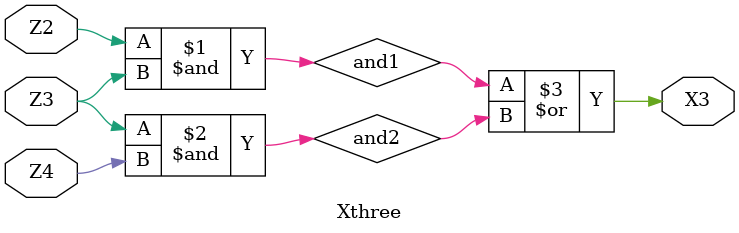
<source format=v>



// Generated by Quartus II 64-Bit Version 13.1 (Build Build 162 10/23/2013)
// Created on Thu Oct 24 20:08:29 2024

//  Module Declaration
module Xthree
(
// {{ALTERA_ARGS_BEGIN}} DO NOT REMOVE THIS LINE!
Z2, Z3, Z4, X3
// {{ALTERA_ARGS_END}} DO NOT REMOVE THIS LINE!
);
// Port Declaration

// {{ALTERA_IO_BEGIN}} DO NOT REMOVE THIS LINE!
input Z2;
input Z3;
input Z4;
output X3;
// {{ALTERA_IO_END}} DO NOT REMOVE THIS LINE!

and(and1, Z2, Z3);
and(and2, Z3, Z4);
or(X3, and1, and2);

endmodule

</source>
